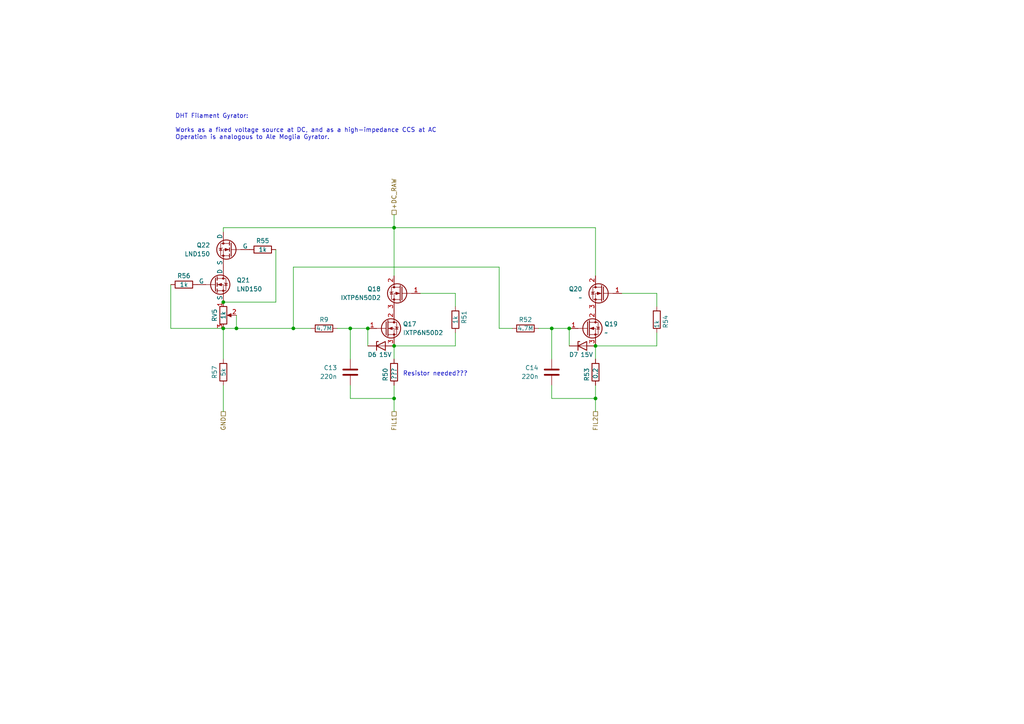
<source format=kicad_sch>
(kicad_sch (version 20230121) (generator eeschema)
  (paper "A4")
  (lib_symbols
    (symbol "Device:C" (pin_numbers hide) (pin_names (offset 0.254))
      (property "Reference" "C" (at 0.635 2.54 0))
      (property "Value" "C" (at 0.635 -2.54 0))
      (symbol "C_0_1"
        (polyline (pts (xy -2.032 -0.762) (xy 2.032 -0.762)) (stroke (width 0.508)))
        (polyline (pts (xy -2.032 0.762) (xy 2.032 0.762)) (stroke (width 0.508)))
      )
      (symbol "C_1_1"
        (pin passive line (at 0 3.81 270) (length 2.794) (name "~") (number "1"))
        (pin passive line (at 0 -3.81 90) (length 2.794) (name "~") (number "2"))
      )
    )
    (symbol "Device:D_Zener" (pin_numbers hide) (pin_names (offset 1.016) hide)
      (property "Reference" "D" (at 0 2.54 0))
      (property "Value" "D_Zener" (at 0 -2.54 0))
      (symbol "D_Zener_0_1"
        (polyline (pts (xy 1.27 0) (xy -1.27 0)))
        (polyline (pts (xy -1.27 -1.27) (xy -1.27 1.27) (xy -0.762 1.27)) (stroke (width 0.254)))
        (polyline (pts (xy 1.27 -1.27) (xy 1.27 1.27) (xy -1.27 0) (xy 1.27 -1.27)) (stroke (width 0.254)))
      )
      (symbol "D_Zener_1_1"
        (pin passive line (at -3.81 0 0) (length 2.54) (name "K") (number "1"))
        (pin passive line (at 3.81 0 180) (length 2.54) (name "A") (number "2"))
      )
    )
    (symbol "Device:R" (pin_numbers hide) (pin_names (offset 0))
      (property "Reference" "R" (at 2.032 0 90))
      (property "Value" "R" (at 0 0 90))
      (symbol "R_0_1"
        (rectangle (start -1.016 -2.54) (end 1.016 2.54) (stroke (width 0.254)))
      )
      (symbol "R_1_1"
        (pin passive line (at 0 3.81 270) (length 1.27) (name "~") (number "1"))
        (pin passive line (at 0 -3.81 90) (length 1.27) (name "~") (number "2"))
      )
    )
    (symbol "Device:R_Potentiometer" (pin_names (offset 1.016) hide)
      (property "Reference" "RV" (at -4.445 0 90))
      (property "Value" "R_Potentiometer" (at -2.54 0 90))
      (symbol "R_Potentiometer_0_1"
        (polyline (pts (xy 2.54 0) (xy 1.524 0)))
        (polyline (pts (xy 1.143 0) (xy 2.286 0.508) (xy 2.286 -0.508) (xy 1.143 0)) (fill (type outline)))
        (rectangle (start 1.016 2.54) (end -1.016 -2.54) (stroke (width 0.254)))
      )
      (symbol "R_Potentiometer_1_1"
        (pin passive line (at 0 3.81 270) (length 1.27) (name "1") (number "1"))
        (pin passive line (at 3.81 0 180) (length 1.27) (name "2") (number "2"))
        (pin passive line (at 0 -3.81 90) (length 1.27) (name "3") (number "3"))
      )
    )
    (symbol "Simulation_SPICE:NMOS" (pin_numbers hide) (pin_names (offset 0))
      (property "Reference" "Q" (at 5.08 1.27 0))
      (property "Value" "NMOS" (at 5.08 -1.27 0))
      (symbol "NMOS_0_1"
        (polyline (pts (xy 0.254 0) (xy -2.54 0)))
        (polyline (pts (xy 0.254 1.905) (xy 0.254 -1.905)) (stroke (width 0.254)))
        (polyline (pts (xy 0.762 -1.27) (xy 0.762 -2.286)) (stroke (width 0.254)))
        (polyline (pts (xy 0.762 0.508) (xy 0.762 -0.508)) (stroke (width 0.254)))
        (polyline (pts (xy 0.762 2.286) (xy 0.762 1.27)) (stroke (width 0.254)))
        (polyline (pts (xy 2.54 2.54) (xy 2.54 1.778)))
        (polyline (pts (xy 2.54 -2.54) (xy 2.54 0) (xy 0.762 0)))
        (polyline (pts (xy 0.762 -1.778) (xy 3.302 -1.778) (xy 3.302 1.778) (xy 0.762 1.778)))
        (polyline (pts (xy 1.016 0) (xy 2.032 0.381) (xy 2.032 -0.381) (xy 1.016 0)) (fill (type outline)))
        (polyline (pts (xy 2.794 0.508) (xy 2.921 0.381) (xy 3.683 0.381) (xy 3.81 0.254)))
        (polyline (pts (xy 3.302 0.381) (xy 2.921 -0.254) (xy 3.683 -0.254) (xy 3.302 0.381)))
        (circle (center 1.651 0) (radius 2.794) (stroke (width 0.254)))
        (circle (center 2.54 -1.778) (radius 0.254) (fill (type outline)))
        (circle (center 2.54 1.778) (radius 0.254) (fill (type outline)))
      )
      (symbol "NMOS_1_1"
        (pin passive line (at 2.54 5.08 270) (length 2.54) (name "D") (number "1"))
        (pin input line (at -5.08 0 0) (length 2.54) (name "G") (number "2"))
        (pin passive line (at 2.54 -5.08 90) (length 2.54) (name "S") (number "3"))
      )
    )
    (symbol "Transistor_FET_Other:DN2540N5-G" (pin_names (offset 0) hide)
      (property "Reference" "Q" (at 5.08 1.905 0))
      (property "Value" "DN2540N5-G" (at 5.08 0 0))
      (symbol "DN2540N5-G_0_1"
        (polyline (pts (xy 0.254 0) (xy -2.54 0)))
        (polyline (pts (xy 0.254 1.905) (xy 0.254 -1.905)) (stroke (width 0.254)))
        (polyline (pts (xy 0.762 2.286) (xy 0.762 -2.286)) (stroke (width 0.254)))
        (polyline (pts (xy 2.54 2.54) (xy 2.54 1.778)))
        (polyline (pts (xy 2.54 -2.54) (xy 2.54 0) (xy 0.762 0)))
        (polyline (pts (xy 0.762 -1.778) (xy 3.302 -1.778) (xy 3.302 1.778) (xy 0.762 1.778)))
        (polyline (pts (xy 1.016 0) (xy 2.032 0.381) (xy 2.032 -0.381) (xy 1.016 0)) (fill (type outline)))
        (polyline (pts (xy 2.794 0.508) (xy 2.921 0.381) (xy 3.683 0.381) (xy 3.81 0.254)))
        (polyline (pts (xy 3.302 0.381) (xy 2.921 -0.254) (xy 3.683 -0.254) (xy 3.302 0.381)))
        (circle (center 1.651 0) (radius 2.794) (stroke (width 0.254)))
        (circle (center 2.54 -1.778) (radius 0.254) (fill (type outline)))
        (circle (center 2.54 1.778) (radius 0.254) (fill (type outline)))
      )
      (symbol "DN2540N5-G_1_1"
        (pin input line (at -5.08 0 0) (length 2.54) (name "G") (number "1"))
        (pin passive line (at 2.54 5.08 270) (length 2.54) (name "D") (number "2"))
        (pin passive line (at 2.54 -5.08 90) (length 2.54) (name "S") (number "3"))
      )
    )
    (symbol "stax_ccs:10M90S" (pin_names (offset 0) hide)
      (property "Reference" "Q" (at 5.08 1.905 0))
      (property "Value" "10M90S" (at 5.08 0 0))
      (symbol "10M90S_0_1"
        (polyline (pts (xy 0.254 0) (xy -2.54 0)))
        (polyline (pts (xy 0.254 1.905) (xy 0.254 -1.905)) (stroke (width 0.254)))
        (polyline (pts (xy 0.762 2.286) (xy 0.762 -2.286)) (stroke (width 0.254)))
        (polyline (pts (xy 2.54 2.54) (xy 2.54 1.778)))
        (polyline (pts (xy 2.54 -2.54) (xy 2.54 0) (xy 0.762 0)))
        (polyline (pts (xy 0.762 -1.778) (xy 3.302 -1.778) (xy 3.302 1.778) (xy 0.762 1.778)))
        (polyline (pts (xy 1.016 0) (xy 2.032 0.381) (xy 2.032 -0.381) (xy 1.016 0)) (fill (type outline)))
        (polyline (pts (xy 2.794 0.508) (xy 2.921 0.381) (xy 3.683 0.381) (xy 3.81 0.254)))
        (polyline (pts (xy 3.302 0.381) (xy 2.921 -0.254) (xy 3.683 -0.254) (xy 3.302 0.381)))
        (circle (center 1.651 0) (radius 2.794) (stroke (width 0.254)))
        (circle (center 2.54 -1.778) (radius 0.254) (fill (type outline)))
        (circle (center 2.54 1.778) (radius 0.254) (fill (type outline)))
      )
      (symbol "10M90S_1_1"
        (pin input line (at -5.08 0 0) (length 2.54) (name "G") (number "1"))
        (pin passive line (at 2.54 5.08 270) (length 2.54) (name "P") (number "2"))
        (pin passive line (at 2.54 -5.08 90) (length 2.54) (name "N") (number "3"))
      )
    )
  )
  (junction (at 101.6 95.25))
  (junction (at 165.1 95.25))
  (junction (at 68.58 95.25))
  (junction (at 160.02 95.25))
  (junction (at 114.3 115.57))
  (junction (at 85.09 95.25))
  (junction (at 64.77 87.63))
  (junction (at 106.68 95.25))
  (junction (at 114.3 100.33))
  (junction (at 172.72 100.33))
  (junction (at 114.3 66.04))
  (junction (at 172.72 115.57))
  (junction (at 64.77 95.25))
  (wire (pts (xy 68.58 95.25) (xy 85.09 95.25)))
  (wire (pts (xy 156.21 95.25) (xy 160.02 95.25)))
  (wire (pts (xy 85.09 95.25) (xy 90.17 95.25)))
  (wire (pts (xy 172.72 111.76) (xy 172.72 115.57)))
  (wire (pts (xy 114.3 66.04) (xy 172.72 66.04)))
  (wire (pts (xy 80.01 87.63) (xy 64.77 87.63)))
  (wire (pts (xy 190.5 96.52) (xy 190.5 100.33)))
  (wire (pts (xy 85.09 77.47) (xy 85.09 95.25)))
  (wire (pts (xy 114.3 100.33) (xy 114.3 104.14)))
  (wire (pts (xy 64.77 111.76) (xy 64.77 119.38)))
  (wire (pts (xy 106.68 95.25) (xy 106.68 100.33)))
  (wire (pts (xy 132.08 100.33) (xy 114.3 100.33)))
  (wire (pts (xy 114.3 62.23) (xy 114.3 66.04)))
  (wire (pts (xy 114.3 111.76) (xy 114.3 115.57)))
  (wire (pts (xy 49.53 95.25) (xy 64.77 95.25)))
  (wire (pts (xy 160.02 95.25) (xy 165.1 95.25)))
  (wire (pts (xy 172.72 100.33) (xy 172.72 104.14)))
  (wire (pts (xy 97.79 95.25) (xy 101.6 95.25)))
  (wire (pts (xy 64.77 67.31) (xy 64.77 66.04)))
  (wire (pts (xy 101.6 111.76) (xy 101.6 115.57)))
  (wire (pts (xy 172.72 115.57) (xy 172.72 119.38)))
  (wire (pts (xy 148.59 95.25) (xy 144.78 95.25)))
  (wire (pts (xy 144.78 77.47) (xy 85.09 77.47)))
  (wire (pts (xy 132.08 85.09) (xy 132.08 88.9)))
  (wire (pts (xy 172.72 66.04) (xy 172.72 80.01)))
  (wire (pts (xy 101.6 95.25) (xy 101.6 104.14)))
  (wire (pts (xy 180.34 85.09) (xy 190.5 85.09)))
  (wire (pts (xy 165.1 95.25) (xy 165.1 100.33)))
  (wire (pts (xy 64.77 104.14) (xy 64.77 95.25)))
  (wire (pts (xy 101.6 115.57) (xy 114.3 115.57)))
  (wire (pts (xy 68.58 91.44) (xy 68.58 95.25)))
  (wire (pts (xy 114.3 115.57) (xy 114.3 119.38)))
  (wire (pts (xy 49.53 82.55) (xy 49.53 95.25)))
  (wire (pts (xy 160.02 95.25) (xy 160.02 104.14)))
  (wire (pts (xy 160.02 111.76) (xy 160.02 115.57)))
  (wire (pts (xy 64.77 95.25) (xy 68.58 95.25)))
  (wire (pts (xy 132.08 96.52) (xy 132.08 100.33)))
  (wire (pts (xy 190.5 100.33) (xy 172.72 100.33)))
  (wire (pts (xy 121.92 85.09) (xy 132.08 85.09)))
  (wire (pts (xy 80.01 72.39) (xy 80.01 87.63)))
  (wire (pts (xy 160.02 115.57) (xy 172.72 115.57)))
  (wire (pts (xy 64.77 66.04) (xy 114.3 66.04)))
  (wire (pts (xy 190.5 85.09) (xy 190.5 88.9)))
  (wire (pts (xy 101.6 95.25) (xy 106.68 95.25)))
  (wire (pts (xy 144.78 95.25) (xy 144.78 77.47)))
  (wire (pts (xy 114.3 66.04) (xy 114.3 80.01)))
  (text "Resistor needed???" (at 116.84 109.22 0) (effects (font (size 1.27 1.27)) (justify left bottom)))
  (text "DHT Filament Gyrator:\n\nWorks as a fixed voltage source at DC, and as a high-impedance CCS at AC\nOperation is analogous to Ale Moglia Gyrator." (at 50.8 40.64 0) (effects (font (size 1.27 1.27)) (justify left bottom)))
  (hierarchical_label "FIL2" (shape passive) (at 172.72 119.38 270))
  (hierarchical_label "FIL1" (shape passive) (at 114.3 119.38 270))
  (hierarchical_label "GND" (shape passive) (at 64.77 119.38 270))
  (hierarchical_label "+DC_RAW" (shape passive) (at 114.3 62.23 90))
  (symbol (lib_id "Device:D_Zener") (at 110.49 100.33 0) (unit 1)
    (property "Reference" "D6" (at 107.95 102.87 0))
    (property "Value" "15V" (at 111.76 102.87 0))
    (property "Footprint" "Diode_THT:D_DO-34_SOD68_P7.62mm_Horizontal" (effects hide))
  )
  (symbol (lib_id "Device:C") (at 160.02 107.95 0) (unit 1)
    (property "Reference" "C14" (at 156.21 106.68 0) (effects (justify right)))
    (property "Value" "220n" (at 156.21 109.22 0) (effects (justify right)))
    (property "Footprint" "Capacitor_THT:C_Rect_L26.5mm_W10.5mm_P22.50mm_MKS4" (effects hide))
  )
  (symbol (lib_id "Device:R") (at 172.72 107.95 0) (unit 1)
    (property "Reference" "R53" (at 170.18 106.68 90) (effects (justify right)))
    (property "Value" "0.2" (at 172.72 106.68 90) (effects (justify right)))
    (property "Footprint" "Resistor_THT:R_Axial_DIN0207_L6.3mm_D2.5mm_P10.16mm_Horizontal" (effects hide))
  )
  (symbol (lib_id "stax_ccs:10M90S") (at 175.26 85.09 0) (mirror y) (unit 1)
    (property "Reference" "Q20" (at 168.91 83.82 0) (effects (justify left)))
    (property "Value" "~" (at 168.91 86.36 0) (effects (justify left)))
    (property "Footprint" "Package_TO_SOT_THT:TO-220-3_Vertical" (effects hide))
  )
  (symbol (lib_id "Device:R") (at 114.3 107.95 0) (unit 1)
    (property "Reference" "R50" (at 111.76 106.68 90) (effects (justify right)))
    (property "Value" "???" (at 114.3 106.68 90) (effects (justify right)))
    (property "Footprint" "Resistor_THT:R_Axial_DIN0207_L6.3mm_D2.5mm_P10.16mm_Horizontal" (effects hide))
  )
  (symbol (lib_id "Simulation_SPICE:NMOS") (at 67.31 72.39 0) (mirror y) (unit 1)
    (property "Reference" "Q22" (at 60.96 71.12 0) (effects (justify left)))
    (property "Value" "LND150" (at 60.96 73.66 0) (effects (justify left)))
    (property "Footprint" "Package_TO_SOT_THT:TO-92_Inline" (effects hide))
    (property "Sim.Device" "NMOS" (effects hide))
    (property "Sim.Type" "VDMOS" (effects hide))
    (property "Sim.Pins" "1=D 2=G 3=S" (effects hide))
  )
  (symbol (lib_id "Simulation_SPICE:NMOS") (at 62.23 82.55 0) (unit 1)
    (property "Reference" "Q21" (at 68.58 81.28 0) (effects (justify left)))
    (property "Value" "LND150" (at 68.58 83.82 0) (effects (justify left)))
    (property "Footprint" "Package_TO_SOT_THT:TO-92_Inline" (effects hide))
    (property "Sim.Device" "NMOS" (effects hide))
    (property "Sim.Type" "VDMOS" (effects hide))
    (property "Sim.Pins" "1=D 2=G 3=S" (effects hide))
  )
  (symbol (lib_id "Device:R") (at 64.77 107.95 0) (unit 1)
    (property "Reference" "R57" (at 62.23 107.95 90))
    (property "Value" "5k" (at 64.77 107.95 90))
    (property "Footprint" "Resistor_THT:R_Axial_DIN0207_L6.3mm_D2.5mm_P10.16mm_Horizontal" (effects hide))
  )
  (symbol (lib_id "Device:R") (at 93.98 95.25 270) (unit 1)
    (property "Reference" "R9" (at 93.98 92.71 90))
    (property "Value" "4.7M" (at 93.98 95.25 90))
    (property "Footprint" "Resistor_THT:R_Axial_DIN0207_L6.3mm_D2.5mm_P10.16mm_Horizontal" (effects hide))
  )
  (symbol (lib_id "stax_ccs:10M90S") (at 116.84 85.09 0) (mirror y) (unit 1)
    (property "Reference" "Q18" (at 110.49 83.82 0) (effects (justify left)))
    (property "Value" "IXTP6N50D2" (at 110.49 86.36 0) (effects (justify left)))
    (property "Footprint" "Package_TO_SOT_THT:TO-220-3_Vertical" (effects hide))
  )
  (symbol (lib_id "Device:R") (at 190.5 92.71 0) (unit 1)
    (property "Reference" "R54" (at 193.04 95.25 90) (effects (justify left)))
    (property "Value" "1k" (at 190.5 95.25 90) (effects (justify left)))
    (property "Footprint" "Resistor_THT:R_Axial_DIN0207_L6.3mm_D2.5mm_P10.16mm_Horizontal" (effects hide))
  )
  (symbol (lib_id "Device:R") (at 76.2 72.39 270) (unit 1)
    (property "Reference" "R55" (at 76.2 69.85 90))
    (property "Value" "1k" (at 76.2 72.39 90))
    (property "Footprint" "Resistor_THT:R_Axial_DIN0207_L6.3mm_D2.5mm_P10.16mm_Horizontal" (effects hide))
  )
  (symbol (lib_id "Device:R_Potentiometer") (at 64.77 91.44 0) (unit 1)
    (property "Reference" "RV5" (at 62.23 91.44 90))
    (property "Value" "1k" (at 64.77 91.44 90))
  )
  (symbol (lib_id "Transistor_FET_Other:DN2540N5-G") (at 111.76 95.25 0) (unit 1)
    (property "Reference" "Q17" (at 116.84 93.98 0) (effects (justify left)))
    (property "Value" "IXTP6N50D2" (at 116.84 96.52 0) (effects (justify left)))
    (property "Footprint" "Package_TO_SOT_THT:TO-220-3_Vertical" (effects hide))
  )
  (symbol (lib_id "Device:R") (at 132.08 92.71 0) (unit 1)
    (property "Reference" "R51" (at 134.62 93.98 90) (effects (justify left)))
    (property "Value" "1k" (at 132.08 93.98 90) (effects (justify left)))
    (property "Footprint" "Resistor_THT:R_Axial_DIN0207_L6.3mm_D2.5mm_P10.16mm_Horizontal" (effects hide))
  )
  (symbol (lib_id "Transistor_FET_Other:DN2540N5-G") (at 170.18 95.25 0) (unit 1)
    (property "Reference" "Q19" (at 175.26 93.98 0) (effects (justify left)))
    (property "Value" "~" (at 175.26 96.52 0) (effects (justify left)))
    (property "Footprint" "Package_TO_SOT_THT:TO-220-3_Vertical" (effects hide))
    (property "Datasheet" "https://ww1.microchip.com/downloads/en/DeviceDoc/DN2540%20B060313.pdf" (effects hide))
  )
  (symbol (lib_id "Device:R") (at 53.34 82.55 270) (unit 1)
    (property "Reference" "R56" (at 53.34 80.01 90))
    (property "Value" "1k" (at 53.34 82.55 90))
    (property "Footprint" "Resistor_THT:R_Axial_DIN0207_L6.3mm_D2.5mm_P10.16mm_Horizontal" (effects hide))
  )
  (symbol (lib_id "Device:D_Zener") (at 168.91 100.33 0) (unit 1)
    (property "Reference" "D7" (at 166.37 102.87 0))
    (property "Value" "15V" (at 170.18 102.87 0))
    (property "Footprint" "Diode_THT:D_DO-34_SOD68_P7.62mm_Horizontal" (effects hide))
  )
  (symbol (lib_id "Device:R") (at 152.4 95.25 270) (unit 1)
    (property "Reference" "R52" (at 152.4 92.71 90))
    (property "Value" "4.7M" (at 152.4 95.25 90))
    (property "Footprint" "Resistor_THT:R_Axial_DIN0207_L6.3mm_D2.5mm_P10.16mm_Horizontal" (effects hide))
  )
  (symbol (lib_id "Device:C") (at 101.6 107.95 0) (unit 1)
    (property "Reference" "C13" (at 97.79 106.68 0) (effects (justify right)))
    (property "Value" "220n" (at 97.79 109.22 0) (effects (justify right)))
    (property "Footprint" "Capacitor_THT:C_Rect_L26.5mm_W10.5mm_P22.50mm_MKS4" (effects hide))
  )
)
</source>
